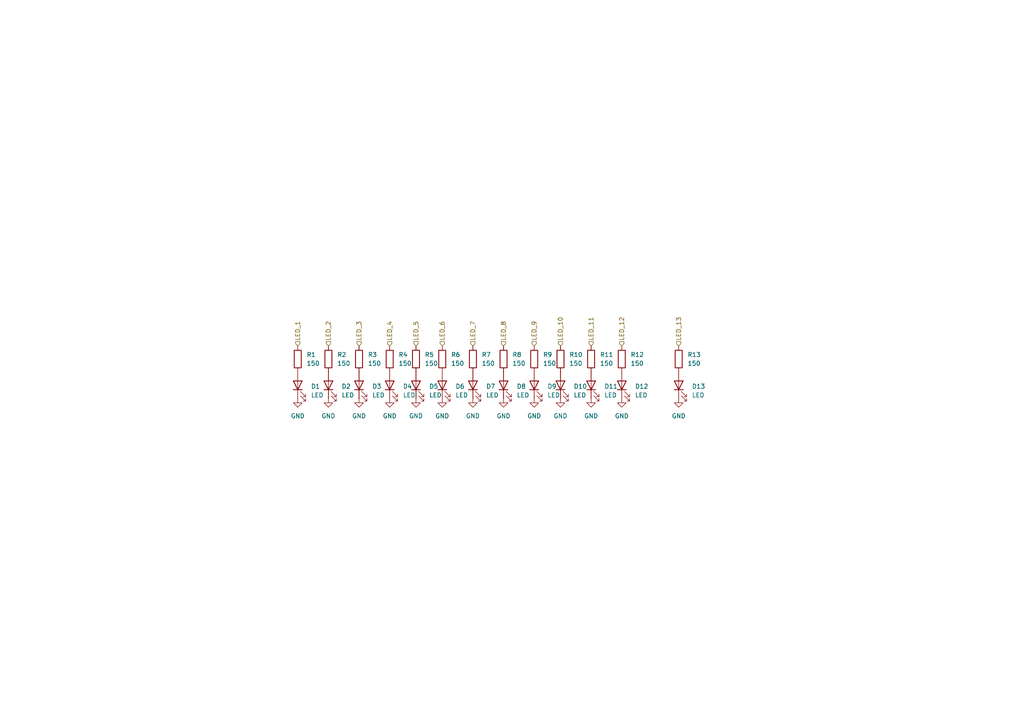
<source format=kicad_sch>
(kicad_sch (version 20250114) (generator "eeschema") (generator_version "9.0")
  (paper "A4")
  (lib_symbols
    (symbol "Device:LED" (pin_numbers (hide yes)) (pin_names (offset 1.016) (hide yes))
      (property "Reference" "D" (at 0 2.54 0))
      (property "Value" "LED" (at 0 -2.54 0))
      (symbol "LED_0_1"
        (polyline (pts (xy -3.048 -0.762) (xy -4.572 -2.286) (xy -3.81 -2.286) (xy -4.572 -2.286) (xy -4.572 -1.524)))
        (polyline (pts (xy -1.778 -0.762) (xy -3.302 -2.286) (xy -2.54 -2.286) (xy -3.302 -2.286) (xy -3.302 -1.524)))
        (polyline (pts (xy -1.27 0) (xy 1.27 0)))
        (polyline (pts (xy -1.27 -1.27) (xy -1.27 1.27)) (stroke (width 0.254)))
        (polyline (pts (xy 1.27 -1.27) (xy 1.27 1.27) (xy -1.27 0) (xy 1.27 -1.27)) (stroke (width 0.254)))
      )
      (symbol "LED_1_1"
        (pin passive line (at -3.81 0 0) (length 2.54) (name "K") (number "1"))
        (pin passive line (at 3.81 0 180) (length 2.54) (name "A") (number "2"))
      )
    )
    (symbol "Device:R" (pin_numbers (hide yes)) (pin_names (offset 0))
      (property "Reference" "R" (at 2.032 0 90))
      (property "Value" "R" (at 0 0 90))
      (symbol "R_0_1"
        (rectangle (start -1.016 -2.54) (end 1.016 2.54) (stroke (width 0.254)))
      )
      (symbol "R_1_1"
        (pin passive line (at 0 3.81 270) (length 1.27) (name "~") (number "1"))
        (pin passive line (at 0 -3.81 90) (length 1.27) (name "~") (number "2"))
      )
    )
    (symbol "power:GND" (power) (pin_numbers (hide yes)) (pin_names (offset 0) (hide yes))
      (property "Value" "GND" (at 0 -3.81 0))
      (symbol "GND_0_1"
        (polyline (pts (xy 0 0) (xy 0 -1.27) (xy 1.27 -1.27) (xy 0 -2.54) (xy -1.27 -1.27) (xy 0 -1.27)))
      )
      (symbol "GND_1_1"
        (pin power_in line (at 0 0 270) (length 0) (name "~") (number "1"))
      )
    )
  )
  (hierarchical_label "LED_7" (shape input) (at 137.16 100.33 90))
  (hierarchical_label "LED_11" (shape input) (at 171.45 100.33 90))
  (hierarchical_label "LED_6" (shape input) (at 128.27 100.33 90))
  (hierarchical_label "LED_5" (shape input) (at 120.65 100.33 90))
  (hierarchical_label "LED_9" (shape input) (at 154.94 100.33 90))
  (hierarchical_label "LED_3" (shape input) (at 104.14 100.33 90))
  (hierarchical_label "LED_8" (shape input) (at 146.05 100.33 90))
  (hierarchical_label "LED_2" (shape input) (at 95.25 100.33 90))
  (hierarchical_label "LED_4" (shape input) (at 113.03 100.33 90))
  (hierarchical_label "LED_1" (shape input) (at 86.36 100.33 90))
  (hierarchical_label "LED_13" (shape input) (at 196.85 100.33 90))
  (hierarchical_label "LED_12" (shape input) (at 180.34 100.33 90))
  (hierarchical_label "LED_10" (shape input) (at 162.56 100.33 90))
  (symbol (lib_id "power:GND") (at 154.94 115.57 0) (unit 1)
    (property "Reference" "#PWR012" (effects (hide yes)))
    (property "Value" "GND" (at 154.94 120.65 0))
    (property "Description" "Power symbol creates a global label with name \"GND\" , ground" (effects (hide yes)))
  )
  (symbol (lib_id "Device:LED") (at 104.14 111.76 90) (unit 1)
    (property "Reference" "D3" (at 107.95 112.0774 90) (effects (justify right)))
    (property "Value" "LED" (at 107.95 114.6174 90) (effects (justify right)))
    (property "Footprint" "LED_THT:LED_D3.0mm" (effects (hide yes)))
    (property "Description" "Light emitting diode" (effects (hide yes)))
    (property "Sim.Pins" "1=K 2=A" (effects (hide yes)))
  )
  (symbol (lib_id "power:GND") (at 171.45 115.57 0) (unit 1)
    (property "Reference" "#PWR014" (effects (hide yes)))
    (property "Value" "GND" (at 171.45 120.65 0))
    (property "Description" "Power symbol creates a global label with name \"GND\" , ground" (effects (hide yes)))
  )
  (symbol (lib_id "power:GND") (at 196.85 115.57 0) (unit 1)
    (property "Reference" "#PWR016" (effects (hide yes)))
    (property "Value" "GND" (at 196.85 120.65 0))
    (property "Description" "Power symbol creates a global label with name \"GND\" , ground" (effects (hide yes)))
  )
  (symbol (lib_id "Device:R") (at 128.27 104.14 0) (unit 1)
    (property "Reference" "R6" (at 130.81 102.8699 0) (effects (justify left)))
    (property "Value" "150" (at 130.81 105.4099 0) (effects (justify left)))
    (property "Footprint" "Resistor_SMD:R_0603_1608Metric" (effects (hide yes)))
    (property "Description" "Resistor" (effects (hide yes)))
  )
  (symbol (lib_id "Device:R") (at 171.45 104.14 0) (unit 1)
    (property "Reference" "R11" (at 173.99 102.8699 0) (effects (justify left)))
    (property "Value" "150" (at 173.99 105.4099 0) (effects (justify left)))
    (property "Footprint" "Resistor_SMD:R_0603_1608Metric" (effects (hide yes)))
    (property "Description" "Resistor" (effects (hide yes)))
  )
  (symbol (lib_id "power:GND") (at 146.05 115.57 0) (unit 1)
    (property "Reference" "#PWR011" (effects (hide yes)))
    (property "Value" "GND" (at 146.05 120.65 0))
    (property "Description" "Power symbol creates a global label with name \"GND\" , ground" (effects (hide yes)))
  )
  (symbol (lib_id "Device:R") (at 113.03 104.14 0) (unit 1)
    (property "Reference" "R4" (at 115.57 102.8699 0) (effects (justify left)))
    (property "Value" "150" (at 115.57 105.4099 0) (effects (justify left)))
    (property "Footprint" "Resistor_SMD:R_0603_1608Metric" (effects (hide yes)))
    (property "Description" "Resistor" (effects (hide yes)))
  )
  (symbol (lib_id "Device:LED") (at 162.56 111.76 90) (unit 1)
    (property "Reference" "D10" (at 166.37 112.0774 90) (effects (justify right)))
    (property "Value" "LED" (at 166.37 114.6174 90) (effects (justify right)))
    (property "Footprint" "LED_THT:LED_D3.0mm" (effects (hide yes)))
    (property "Description" "Light emitting diode" (effects (hide yes)))
    (property "Sim.Pins" "1=K 2=A" (effects (hide yes)))
  )
  (symbol (lib_id "Device:R") (at 154.94 104.14 0) (unit 1)
    (property "Reference" "R9" (at 157.48 102.8699 0) (effects (justify left)))
    (property "Value" "150" (at 157.48 105.4099 0) (effects (justify left)))
    (property "Footprint" "Resistor_SMD:R_0603_1608Metric" (effects (hide yes)))
    (property "Description" "Resistor" (effects (hide yes)))
  )
  (symbol (lib_id "Device:R") (at 162.56 104.14 0) (unit 1)
    (property "Reference" "R10" (at 165.1 102.8699 0) (effects (justify left)))
    (property "Value" "150" (at 165.1 105.4099 0) (effects (justify left)))
    (property "Footprint" "Resistor_SMD:R_0603_1608Metric" (effects (hide yes)))
    (property "Description" "Resistor" (effects (hide yes)))
  )
  (symbol (lib_id "power:GND") (at 86.36 115.57 0) (unit 1)
    (property "Reference" "#PWR04" (effects (hide yes)))
    (property "Value" "GND" (at 86.36 120.65 0))
    (property "Description" "Power symbol creates a global label with name \"GND\" , ground" (effects (hide yes)))
  )
  (symbol (lib_id "Device:LED") (at 95.25 111.76 90) (unit 1)
    (property "Reference" "D2" (at 99.06 112.0774 90) (effects (justify right)))
    (property "Value" "LED" (at 99.06 114.6174 90) (effects (justify right)))
    (property "Footprint" "LED_THT:LED_D3.0mm" (effects (hide yes)))
    (property "Description" "Light emitting diode" (effects (hide yes)))
    (property "Sim.Pins" "1=K 2=A" (effects (hide yes)))
  )
  (symbol (lib_id "Device:LED") (at 196.85 111.76 90) (unit 1)
    (property "Reference" "D13" (at 200.66 112.0774 90) (effects (justify right)))
    (property "Value" "LED" (at 200.66 114.6174 90) (effects (justify right)))
    (property "Footprint" "LED_THT:LED_D3.0mm" (effects (hide yes)))
    (property "Description" "Light emitting diode" (effects (hide yes)))
    (property "Sim.Pins" "1=K 2=A" (effects (hide yes)))
  )
  (symbol (lib_id "Device:LED") (at 86.36 111.76 90) (unit 1)
    (property "Reference" "D1" (at 90.17 112.0774 90) (effects (justify right)))
    (property "Value" "LED" (at 90.17 114.6174 90) (effects (justify right)))
    (property "Footprint" "LED_THT:LED_D3.0mm" (effects (hide yes)))
    (property "Description" "Light emitting diode" (effects (hide yes)))
    (property "Sim.Pins" "1=K 2=A" (effects (hide yes)))
  )
  (symbol (lib_id "Device:LED") (at 154.94 111.76 90) (unit 1)
    (property "Reference" "D9" (at 158.75 112.0774 90) (effects (justify right)))
    (property "Value" "LED" (at 158.75 114.6174 90) (effects (justify right)))
    (property "Footprint" "LED_THT:LED_D3.0mm" (effects (hide yes)))
    (property "Description" "Light emitting diode" (effects (hide yes)))
    (property "Sim.Pins" "1=K 2=A" (effects (hide yes)))
  )
  (symbol (lib_id "Device:LED") (at 128.27 111.76 90) (unit 1)
    (property "Reference" "D6" (at 132.08 112.0774 90) (effects (justify right)))
    (property "Value" "LED" (at 132.08 114.6174 90) (effects (justify right)))
    (property "Footprint" "LED_THT:LED_D3.0mm" (effects (hide yes)))
    (property "Description" "Light emitting diode" (effects (hide yes)))
    (property "Sim.Pins" "1=K 2=A" (effects (hide yes)))
  )
  (symbol (lib_id "Device:LED") (at 120.65 111.76 90) (unit 1)
    (property "Reference" "D5" (at 124.46 112.0774 90) (effects (justify right)))
    (property "Value" "LED" (at 124.46 114.6174 90) (effects (justify right)))
    (property "Footprint" "LED_THT:LED_D3.0mm" (effects (hide yes)))
    (property "Description" "Light emitting diode" (effects (hide yes)))
    (property "Sim.Pins" "1=K 2=A" (effects (hide yes)))
  )
  (symbol (lib_id "power:GND") (at 95.25 115.57 0) (unit 1)
    (property "Reference" "#PWR05" (effects (hide yes)))
    (property "Value" "GND" (at 95.25 120.65 0))
    (property "Description" "Power symbol creates a global label with name \"GND\" , ground" (effects (hide yes)))
  )
  (symbol (lib_id "Device:R") (at 180.34 104.14 0) (unit 1)
    (property "Reference" "R12" (at 182.88 102.8699 0) (effects (justify left)))
    (property "Value" "150" (at 182.88 105.4099 0) (effects (justify left)))
    (property "Footprint" "Resistor_SMD:R_0603_1608Metric" (effects (hide yes)))
    (property "Description" "Resistor" (effects (hide yes)))
  )
  (symbol (lib_id "Device:R") (at 104.14 104.14 0) (unit 1)
    (property "Reference" "R3" (at 106.68 102.8699 0) (effects (justify left)))
    (property "Value" "150" (at 106.68 105.4099 0) (effects (justify left)))
    (property "Footprint" "Resistor_SMD:R_0603_1608Metric" (effects (hide yes)))
    (property "Description" "Resistor" (effects (hide yes)))
  )
  (symbol (lib_id "power:GND") (at 113.03 115.57 0) (unit 1)
    (property "Reference" "#PWR07" (effects (hide yes)))
    (property "Value" "GND" (at 113.03 120.65 0))
    (property "Description" "Power symbol creates a global label with name \"GND\" , ground" (effects (hide yes)))
  )
  (symbol (lib_id "power:GND") (at 180.34 115.57 0) (unit 1)
    (property "Reference" "#PWR015" (effects (hide yes)))
    (property "Value" "GND" (at 180.34 120.65 0))
    (property "Description" "Power symbol creates a global label with name \"GND\" , ground" (effects (hide yes)))
  )
  (symbol (lib_id "power:GND") (at 104.14 115.57 0) (unit 1)
    (property "Reference" "#PWR06" (effects (hide yes)))
    (property "Value" "GND" (at 104.14 120.65 0))
    (property "Description" "Power symbol creates a global label with name \"GND\" , ground" (effects (hide yes)))
  )
  (symbol (lib_id "power:GND") (at 162.56 115.57 0) (unit 1)
    (property "Reference" "#PWR013" (effects (hide yes)))
    (property "Value" "GND" (at 162.56 120.65 0))
    (property "Description" "Power symbol creates a global label with name \"GND\" , ground" (effects (hide yes)))
  )
  (symbol (lib_id "Device:LED") (at 171.45 111.76 90) (unit 1)
    (property "Reference" "D11" (at 175.26 112.0774 90) (effects (justify right)))
    (property "Value" "LED" (at 175.26 114.6174 90) (effects (justify right)))
    (property "Footprint" "LED_THT:LED_D3.0mm" (effects (hide yes)))
    (property "Description" "Light emitting diode" (effects (hide yes)))
    (property "Sim.Pins" "1=K 2=A" (effects (hide yes)))
  )
  (symbol (lib_id "Device:R") (at 137.16 104.14 0) (unit 1)
    (property "Reference" "R7" (at 139.7 102.8699 0) (effects (justify left)))
    (property "Value" "150" (at 139.7 105.4099 0) (effects (justify left)))
    (property "Footprint" "Resistor_SMD:R_0603_1608Metric" (effects (hide yes)))
    (property "Description" "Resistor" (effects (hide yes)))
  )
  (symbol (lib_id "Device:R") (at 146.05 104.14 0) (unit 1)
    (property "Reference" "R8" (at 148.59 102.8699 0) (effects (justify left)))
    (property "Value" "150" (at 148.59 105.4099 0) (effects (justify left)))
    (property "Footprint" "Resistor_SMD:R_0603_1608Metric" (effects (hide yes)))
    (property "Description" "Resistor" (effects (hide yes)))
  )
  (symbol (lib_id "Device:LED") (at 113.03 111.76 90) (unit 1)
    (property "Reference" "D4" (at 116.84 112.0774 90) (effects (justify right)))
    (property "Value" "LED" (at 116.84 114.6174 90) (effects (justify right)))
    (property "Footprint" "LED_THT:LED_D3.0mm" (effects (hide yes)))
    (property "Description" "Light emitting diode" (effects (hide yes)))
    (property "Sim.Pins" "1=K 2=A" (effects (hide yes)))
  )
  (symbol (lib_id "Device:LED") (at 146.05 111.76 90) (unit 1)
    (property "Reference" "D8" (at 149.86 112.0774 90) (effects (justify right)))
    (property "Value" "LED" (at 149.86 114.6174 90) (effects (justify right)))
    (property "Footprint" "LED_THT:LED_D3.0mm" (effects (hide yes)))
    (property "Description" "Light emitting diode" (effects (hide yes)))
    (property "Sim.Pins" "1=K 2=A" (effects (hide yes)))
  )
  (symbol (lib_id "Device:LED") (at 137.16 111.76 90) (unit 1)
    (property "Reference" "D7" (at 140.97 112.0774 90) (effects (justify right)))
    (property "Value" "LED" (at 140.97 114.6174 90) (effects (justify right)))
    (property "Footprint" "LED_THT:LED_D3.0mm" (effects (hide yes)))
    (property "Description" "Light emitting diode" (effects (hide yes)))
    (property "Sim.Pins" "1=K 2=A" (effects (hide yes)))
  )
  (symbol (lib_id "power:GND") (at 137.16 115.57 0) (unit 1)
    (property "Reference" "#PWR010" (effects (hide yes)))
    (property "Value" "GND" (at 137.16 120.65 0))
    (property "Description" "Power symbol creates a global label with name \"GND\" , ground" (effects (hide yes)))
  )
  (symbol (lib_id "Device:LED") (at 180.34 111.76 90) (unit 1)
    (property "Reference" "D12" (at 184.15 112.0774 90) (effects (justify right)))
    (property "Value" "LED" (at 184.15 114.6174 90) (effects (justify right)))
    (property "Footprint" "LED_THT:LED_D3.0mm" (effects (hide yes)))
    (property "Description" "Light emitting diode" (effects (hide yes)))
    (property "Sim.Pins" "1=K 2=A" (effects (hide yes)))
  )
  (symbol (lib_id "Device:R") (at 120.65 104.14 0) (unit 1)
    (property "Reference" "R5" (at 123.19 102.8699 0) (effects (justify left)))
    (property "Value" "150" (at 123.19 105.4099 0) (effects (justify left)))
    (property "Footprint" "Resistor_SMD:R_0603_1608Metric" (effects (hide yes)))
    (property "Description" "Resistor" (effects (hide yes)))
  )
  (symbol (lib_id "Device:R") (at 95.25 104.14 0) (unit 1)
    (property "Reference" "R2" (at 97.79 102.8699 0) (effects (justify left)))
    (property "Value" "150" (at 97.79 105.4099 0) (effects (justify left)))
    (property "Footprint" "Resistor_SMD:R_0603_1608Metric" (effects (hide yes)))
    (property "Description" "Resistor" (effects (hide yes)))
  )
  (symbol (lib_id "power:GND") (at 128.27 115.57 0) (unit 1)
    (property "Reference" "#PWR09" (effects (hide yes)))
    (property "Value" "GND" (at 128.27 120.65 0))
    (property "Description" "Power symbol creates a global label with name \"GND\" , ground" (effects (hide yes)))
  )
  (symbol (lib_id "power:GND") (at 120.65 115.57 0) (unit 1)
    (property "Reference" "#PWR08" (effects (hide yes)))
    (property "Value" "GND" (at 120.65 120.65 0))
    (property "Description" "Power symbol creates a global label with name \"GND\" , ground" (effects (hide yes)))
  )
  (symbol (lib_id "Device:R") (at 86.36 104.14 0) (unit 1)
    (property "Reference" "R1" (at 88.9 102.8699 0) (effects (justify left)))
    (property "Value" "150" (at 88.9 105.4099 0) (effects (justify left)))
    (property "Footprint" "Resistor_SMD:R_0603_1608Metric" (effects (hide yes)))
    (property "Description" "Resistor" (effects (hide yes)))
  )
  (symbol (lib_id "Device:R") (at 196.85 104.14 0) (unit 1)
    (property "Reference" "R13" (at 199.39 102.8699 0) (effects (justify left)))
    (property "Value" "150" (at 199.39 105.4099 0) (effects (justify left)))
    (property "Footprint" "Resistor_SMD:R_0603_1608Metric" (effects (hide yes)))
    (property "Description" "Resistor" (effects (hide yes)))
  )
)
</source>
